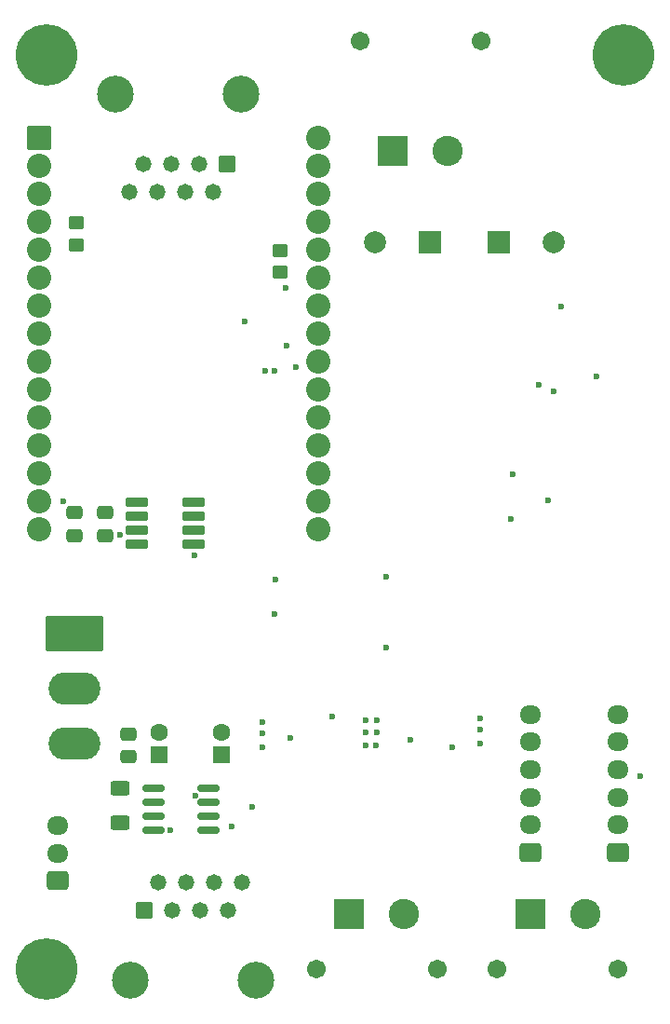
<source format=gbs>
%TF.GenerationSoftware,KiCad,Pcbnew,8.0.1-8.0.1-1~ubuntu22.04.1*%
%TF.CreationDate,2024-04-01T00:33:59-04:00*%
%TF.ProjectId,gripper_2024,67726970-7065-4725-9f32-3032342e6b69,rev?*%
%TF.SameCoordinates,Original*%
%TF.FileFunction,Soldermask,Bot*%
%TF.FilePolarity,Negative*%
%FSLAX46Y46*%
G04 Gerber Fmt 4.6, Leading zero omitted, Abs format (unit mm)*
G04 Created by KiCad (PCBNEW 8.0.1-8.0.1-1~ubuntu22.04.1) date 2024-04-01 00:33:59*
%MOMM*%
%LPD*%
G01*
G04 APERTURE LIST*
G04 Aperture macros list*
%AMRoundRect*
0 Rectangle with rounded corners*
0 $1 Rounding radius*
0 $2 $3 $4 $5 $6 $7 $8 $9 X,Y pos of 4 corners*
0 Add a 4 corners polygon primitive as box body*
4,1,4,$2,$3,$4,$5,$6,$7,$8,$9,$2,$3,0*
0 Add four circle primitives for the rounded corners*
1,1,$1+$1,$2,$3*
1,1,$1+$1,$4,$5*
1,1,$1+$1,$6,$7*
1,1,$1+$1,$8,$9*
0 Add four rect primitives between the rounded corners*
20,1,$1+$1,$2,$3,$4,$5,0*
20,1,$1+$1,$4,$5,$6,$7,0*
20,1,$1+$1,$6,$7,$8,$9,0*
20,1,$1+$1,$8,$9,$2,$3,0*%
G04 Aperture macros list end*
%ADD10RoundRect,0.250000X0.725000X-0.600000X0.725000X0.600000X-0.725000X0.600000X-0.725000X-0.600000X0*%
%ADD11O,1.950000X1.700000*%
%ADD12RoundRect,0.102000X-2.500000X1.500000X-2.500000X-1.500000X2.500000X-1.500000X2.500000X1.500000X0*%
%ADD13O,4.704000X2.954000*%
%ADD14RoundRect,0.102000X-1.000000X-1.000000X1.000000X-1.000000X1.000000X1.000000X-1.000000X1.000000X0*%
%ADD15C,2.204000*%
%ADD16C,1.712000*%
%ADD17C,2.754000*%
%ADD18RoundRect,0.102000X1.275000X1.275000X-1.275000X1.275000X-1.275000X-1.275000X1.275000X-1.275000X0*%
%ADD19C,3.600000*%
%ADD20C,5.600000*%
%ADD21C,3.350000*%
%ADD22RoundRect,0.102000X-0.634000X-0.634000X0.634000X-0.634000X0.634000X0.634000X-0.634000X0.634000X0*%
%ADD23C,1.472000*%
%ADD24R,2.000000X2.000000*%
%ADD25C,2.000000*%
%ADD26R,1.600000X1.600000*%
%ADD27C,1.600000*%
%ADD28RoundRect,0.102000X-1.275000X-1.275000X1.275000X-1.275000X1.275000X1.275000X-1.275000X1.275000X0*%
%ADD29RoundRect,0.102000X0.634000X0.634000X-0.634000X0.634000X-0.634000X-0.634000X0.634000X-0.634000X0*%
%ADD30RoundRect,0.055580X-0.921420X-0.341420X0.921420X-0.341420X0.921420X0.341420X-0.921420X0.341420X0*%
%ADD31RoundRect,0.250000X0.450000X-0.350000X0.450000X0.350000X-0.450000X0.350000X-0.450000X-0.350000X0*%
%ADD32RoundRect,0.250000X0.625000X-0.400000X0.625000X0.400000X-0.625000X0.400000X-0.625000X-0.400000X0*%
%ADD33RoundRect,0.250000X-0.475000X0.337500X-0.475000X-0.337500X0.475000X-0.337500X0.475000X0.337500X0*%
%ADD34RoundRect,0.150000X0.825000X0.150000X-0.825000X0.150000X-0.825000X-0.150000X0.825000X-0.150000X0*%
%ADD35C,0.600000*%
G04 APERTURE END LIST*
D10*
%TO.C,U4*%
X72475000Y-91900000D03*
D11*
X72475000Y-89400000D03*
X72475000Y-86900000D03*
X72475000Y-84400000D03*
X72475000Y-81900000D03*
X72475000Y-79400000D03*
%TD*%
D12*
%TO.C,U7*%
X23000000Y-72000000D03*
D13*
X23000000Y-77000000D03*
X23000000Y-82000000D03*
%TD*%
D14*
%TO.C,U3*%
X19800000Y-26985000D03*
D15*
X19800000Y-29525000D03*
X45200000Y-29525000D03*
X19800000Y-32065000D03*
X19800000Y-34605000D03*
X19800000Y-37145000D03*
X19800000Y-39685000D03*
X19800000Y-42225000D03*
X19800000Y-44765000D03*
X19800000Y-47305000D03*
X19800000Y-49845000D03*
X19800000Y-52385000D03*
X19800000Y-54925000D03*
X19800000Y-57465000D03*
X19800000Y-60005000D03*
X19800000Y-62545000D03*
X45200000Y-62545000D03*
X45200000Y-60005000D03*
X45200000Y-57465000D03*
X45200000Y-54925000D03*
X45200000Y-52385000D03*
X45200000Y-49845000D03*
X45200000Y-47305000D03*
X45200000Y-44765000D03*
X45200000Y-42225000D03*
X45200000Y-39685000D03*
X45200000Y-37145000D03*
X45200000Y-34605000D03*
X45200000Y-32065000D03*
X45200000Y-26985000D03*
%TD*%
D16*
%TO.C,J2*%
X56000000Y-102500000D03*
X45000000Y-102500000D03*
D17*
X53000000Y-97500000D03*
D18*
X48000000Y-97500000D03*
%TD*%
D19*
%TO.C,H1*%
X20500000Y-102500000D03*
D20*
X20500000Y-102500000D03*
%TD*%
D21*
%TO.C,J6*%
X28121500Y-103500000D03*
X39553500Y-103500000D03*
D22*
X29392500Y-97150000D03*
D23*
X30662500Y-94610000D03*
X31932500Y-97150000D03*
X33202500Y-94610000D03*
X34472500Y-97150000D03*
X35742500Y-94610000D03*
X37012500Y-97150000D03*
X38282500Y-94610000D03*
%TD*%
D19*
%TO.C,H3*%
X73000000Y-19500000D03*
D20*
X73000000Y-19500000D03*
%TD*%
D24*
%TO.C,C1*%
X55367677Y-36500000D03*
D25*
X50367677Y-36500000D03*
%TD*%
D16*
%TO.C,J3*%
X72500000Y-102500000D03*
X61500000Y-102500000D03*
D17*
X69500000Y-97500000D03*
D18*
X64500000Y-97500000D03*
%TD*%
D10*
%TO.C,U5*%
X64475000Y-91900000D03*
D11*
X64475000Y-89400000D03*
X64475000Y-86900000D03*
X64475000Y-84400000D03*
X64475000Y-81900000D03*
X64475000Y-79400000D03*
%TD*%
D26*
%TO.C,C8*%
X36400000Y-83055112D03*
D27*
X36400000Y-81055112D03*
%TD*%
D10*
%TO.C,J4*%
X21475000Y-94500000D03*
D11*
X21475000Y-92000000D03*
X21475000Y-89500000D03*
%TD*%
D16*
%TO.C,J1*%
X49000000Y-18205750D03*
X60000000Y-18205750D03*
D17*
X57000000Y-28205750D03*
D28*
X52000000Y-28205750D03*
%TD*%
D24*
%TO.C,C2*%
X61632323Y-36500000D03*
D25*
X66632323Y-36500000D03*
%TD*%
D26*
%TO.C,C6*%
X30700000Y-83055112D03*
D27*
X30700000Y-81055112D03*
%TD*%
D19*
%TO.C,H2*%
X20500000Y-19500000D03*
D20*
X20500000Y-19500000D03*
%TD*%
D21*
%TO.C,J5*%
X38216000Y-23000000D03*
X26784000Y-23000000D03*
D29*
X36945000Y-29350000D03*
D23*
X35675000Y-31890000D03*
X34405000Y-29350000D03*
X33135000Y-31890000D03*
X31865000Y-29350000D03*
X30595000Y-31890000D03*
X29325000Y-29350000D03*
X28055000Y-31890000D03*
%TD*%
D30*
%TO.C,U6*%
X28715000Y-63905000D03*
X28715000Y-62635000D03*
X28715000Y-61365000D03*
X28715000Y-60095000D03*
X33885000Y-60095000D03*
X33885000Y-61365000D03*
X33885000Y-62635000D03*
X33885000Y-63905000D03*
%TD*%
D31*
%TO.C,R10*%
X23200000Y-36700000D03*
X23200000Y-34700000D03*
%TD*%
%TO.C,R21*%
X41700000Y-39200000D03*
X41700000Y-37200000D03*
%TD*%
D32*
%TO.C,R7*%
X27150000Y-89200000D03*
X27150000Y-86100000D03*
%TD*%
D33*
%TO.C,C11*%
X27900000Y-81162500D03*
X27900000Y-83237500D03*
%TD*%
%TO.C,C3*%
X25800000Y-61062500D03*
X25800000Y-63137500D03*
%TD*%
%TO.C,C7*%
X23000000Y-61062500D03*
X23000000Y-63137500D03*
%TD*%
D34*
%TO.C,U8*%
X35175000Y-86095000D03*
X35175000Y-87365000D03*
X35175000Y-88635000D03*
X35175000Y-89905000D03*
X30225000Y-89905000D03*
X30225000Y-88635000D03*
X30225000Y-87365000D03*
X30225000Y-86095000D03*
%TD*%
D35*
X59958696Y-79755533D03*
X59958696Y-80802250D03*
X59944646Y-82038640D03*
X50500000Y-79953283D03*
X50500000Y-81000000D03*
X50485950Y-82236390D03*
X49500000Y-79953283D03*
X49500000Y-81000000D03*
X49485950Y-82236390D03*
X40138748Y-82344185D03*
X40152798Y-81107795D03*
X40152798Y-80061078D03*
X34000000Y-86750000D03*
X33900000Y-64900000D03*
X27200000Y-63100000D03*
X41300000Y-67100000D03*
X51400000Y-66900000D03*
X22000000Y-60000000D03*
X70500000Y-48700000D03*
X42700000Y-81500000D03*
X38500000Y-43700000D03*
X42200000Y-40600000D03*
X46500000Y-79600000D03*
X53600000Y-81700000D03*
X40400000Y-48200000D03*
X57405000Y-82400000D03*
X41200003Y-48200000D03*
X66600000Y-50000000D03*
X65300000Y-49400000D03*
X66150000Y-59950000D03*
X62925735Y-57574265D03*
X67300000Y-42300000D03*
X74500000Y-85000000D03*
X42300000Y-45900000D03*
X43200000Y-47800000D03*
X62700000Y-61600000D03*
X31700000Y-89900000D03*
X51400000Y-73300000D03*
X41200000Y-70300000D03*
X37300000Y-89600000D03*
X39200000Y-87800000D03*
M02*

</source>
